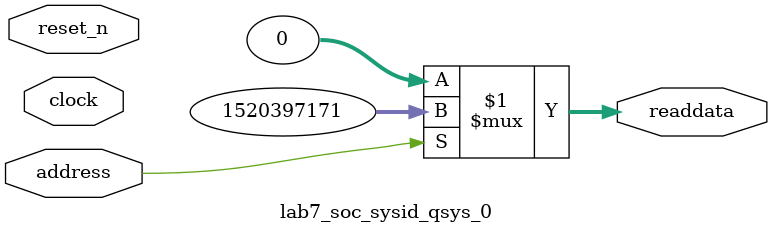
<source format=v>

`timescale 1ns / 1ps
// synthesis translate_on

// turn off superfluous verilog processor warnings 
// altera message_level Level1 
// altera message_off 10034 10035 10036 10037 10230 10240 10030 

module lab7_soc_sysid_qsys_0 (
               // inputs:
                address,
                clock,
                reset_n,

               // outputs:
                readdata
             )
;

  output  [ 31: 0] readdata;
  input            address;
  input            clock;
  input            reset_n;

  wire    [ 31: 0] readdata;
  //control_slave, which is an e_avalon_slave
  assign readdata = address ? 1520397171 : 0;

endmodule




</source>
